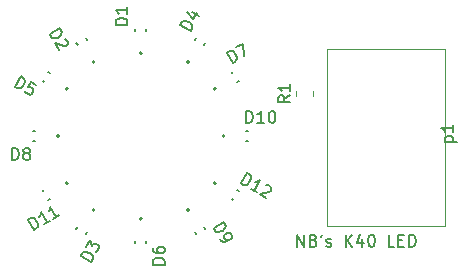
<source format=gto>
G04 #@! TF.GenerationSoftware,KiCad,Pcbnew,(5.1.8)-1*
G04 #@! TF.CreationDate,2021-07-03T12:15:51-04:00*
G04 #@! TF.ProjectId,K40-LED_PCB,4b34302d-4c45-4445-9f50-43422e6b6963,rev?*
G04 #@! TF.SameCoordinates,Original*
G04 #@! TF.FileFunction,Legend,Top*
G04 #@! TF.FilePolarity,Positive*
%FSLAX46Y46*%
G04 Gerber Fmt 4.6, Leading zero omitted, Abs format (unit mm)*
G04 Created by KiCad (PCBNEW (5.1.8)-1) date 2021-07-03 12:15:51*
%MOMM*%
%LPD*%
G01*
G04 APERTURE LIST*
%ADD10C,0.200000*%
%ADD11C,0.120000*%
%ADD12C,0.127000*%
%ADD13C,0.150000*%
%ADD14R,5.000000X5.000000*%
%ADD15C,0.100000*%
%ADD16R,0.810000X0.930000*%
%ADD17R,0.930000X0.810000*%
G04 APERTURE END LIST*
D10*
X90250000Y-82367380D02*
X90250000Y-81367380D01*
X90821428Y-82367380D01*
X90821428Y-81367380D01*
X91630952Y-81843571D02*
X91773809Y-81891190D01*
X91821428Y-81938809D01*
X91869047Y-82034047D01*
X91869047Y-82176904D01*
X91821428Y-82272142D01*
X91773809Y-82319761D01*
X91678571Y-82367380D01*
X91297619Y-82367380D01*
X91297619Y-81367380D01*
X91630952Y-81367380D01*
X91726190Y-81415000D01*
X91773809Y-81462619D01*
X91821428Y-81557857D01*
X91821428Y-81653095D01*
X91773809Y-81748333D01*
X91726190Y-81795952D01*
X91630952Y-81843571D01*
X91297619Y-81843571D01*
X92345238Y-81367380D02*
X92250000Y-81557857D01*
X92726190Y-82319761D02*
X92821428Y-82367380D01*
X93011904Y-82367380D01*
X93107142Y-82319761D01*
X93154761Y-82224523D01*
X93154761Y-82176904D01*
X93107142Y-82081666D01*
X93011904Y-82034047D01*
X92869047Y-82034047D01*
X92773809Y-81986428D01*
X92726190Y-81891190D01*
X92726190Y-81843571D01*
X92773809Y-81748333D01*
X92869047Y-81700714D01*
X93011904Y-81700714D01*
X93107142Y-81748333D01*
X94345238Y-82367380D02*
X94345238Y-81367380D01*
X94916666Y-82367380D02*
X94488095Y-81795952D01*
X94916666Y-81367380D02*
X94345238Y-81938809D01*
X95773809Y-81700714D02*
X95773809Y-82367380D01*
X95535714Y-81319761D02*
X95297619Y-82034047D01*
X95916666Y-82034047D01*
X96488095Y-81367380D02*
X96583333Y-81367380D01*
X96678571Y-81415000D01*
X96726190Y-81462619D01*
X96773809Y-81557857D01*
X96821428Y-81748333D01*
X96821428Y-81986428D01*
X96773809Y-82176904D01*
X96726190Y-82272142D01*
X96678571Y-82319761D01*
X96583333Y-82367380D01*
X96488095Y-82367380D01*
X96392857Y-82319761D01*
X96345238Y-82272142D01*
X96297619Y-82176904D01*
X96250000Y-81986428D01*
X96250000Y-81748333D01*
X96297619Y-81557857D01*
X96345238Y-81462619D01*
X96392857Y-81415000D01*
X96488095Y-81367380D01*
X98488095Y-82367380D02*
X98011904Y-82367380D01*
X98011904Y-81367380D01*
X98821428Y-81843571D02*
X99154761Y-81843571D01*
X99297619Y-82367380D02*
X98821428Y-82367380D01*
X98821428Y-81367380D01*
X99297619Y-81367380D01*
X99726190Y-82367380D02*
X99726190Y-81367380D01*
X99964285Y-81367380D01*
X100107142Y-81415000D01*
X100202380Y-81510238D01*
X100250000Y-81605476D01*
X100297619Y-81795952D01*
X100297619Y-81938809D01*
X100250000Y-82129285D01*
X100202380Y-82224523D01*
X100107142Y-82319761D01*
X99964285Y-82367380D01*
X99726190Y-82367380D01*
D11*
X91585000Y-69627064D02*
X91585000Y-69172936D01*
X90115000Y-69627064D02*
X90115000Y-69172936D01*
X102743000Y-65595000D02*
X102743000Y-80595000D01*
X102743000Y-80595000D02*
X92743000Y-80595000D01*
X92743000Y-80595000D02*
X92743000Y-65595000D01*
X92743000Y-65595000D02*
X102743000Y-65595000D01*
D10*
X83367949Y-77000000D02*
G75*
G03*
X83367949Y-77000000I-100000J0D01*
G01*
D12*
X84848612Y-78432211D02*
X84701388Y-78347211D01*
X85151388Y-77567789D02*
X85298612Y-77652789D01*
D10*
X70832051Y-77000000D02*
G75*
G03*
X70832051Y-77000000I-100000J0D01*
G01*
D12*
X68701388Y-77652789D02*
X68848612Y-77567789D01*
X69298612Y-78347211D02*
X69151388Y-78432211D01*
X85915000Y-72550000D02*
X86085000Y-72550000D01*
X86085000Y-73450000D02*
X85915000Y-73450000D01*
D10*
X84100000Y-73000000D02*
G75*
G03*
X84100000Y-73000000I-100000J0D01*
G01*
D12*
X82347211Y-80701388D02*
X82432211Y-80848612D01*
X81652789Y-81298612D02*
X81567789Y-81151388D01*
D10*
X81100000Y-79267949D02*
G75*
G03*
X81100000Y-79267949I-100000J0D01*
G01*
D12*
X68085000Y-73450000D02*
X67915000Y-73450000D01*
X67915000Y-72550000D02*
X68085000Y-72550000D01*
D10*
X70100000Y-73000000D02*
G75*
G03*
X70100000Y-73000000I-100000J0D01*
G01*
D12*
X84701388Y-67652789D02*
X84848612Y-67567789D01*
X85298612Y-68347211D02*
X85151388Y-68432211D01*
D10*
X83367949Y-69000000D02*
G75*
G03*
X83367949Y-69000000I-100000J0D01*
G01*
D12*
X77450000Y-81915000D02*
X77450000Y-82085000D01*
X76550000Y-82085000D02*
X76550000Y-81915000D01*
D10*
X77100000Y-80000000D02*
G75*
G03*
X77100000Y-80000000I-100000J0D01*
G01*
D12*
X68848612Y-68432211D02*
X68701388Y-68347211D01*
X69151388Y-67567789D02*
X69298612Y-67652789D01*
D10*
X70832051Y-69000000D02*
G75*
G03*
X70832051Y-69000000I-100000J0D01*
G01*
D12*
X81567789Y-64848612D02*
X81652789Y-64701388D01*
X82432211Y-65151388D02*
X82347211Y-65298612D01*
D10*
X81100000Y-66732051D02*
G75*
G03*
X81100000Y-66732051I-100000J0D01*
G01*
D12*
X72432211Y-81151388D02*
X72347211Y-81298612D01*
X71567789Y-80848612D02*
X71652789Y-80701388D01*
D10*
X73100000Y-79267949D02*
G75*
G03*
X73100000Y-79267949I-100000J0D01*
G01*
X73100000Y-66732051D02*
G75*
G03*
X73100000Y-66732051I-100000J0D01*
G01*
D12*
X72347211Y-64701388D02*
X72432211Y-64848612D01*
X71652789Y-65298612D02*
X71567789Y-65151388D01*
D10*
X77100000Y-66000000D02*
G75*
G03*
X77100000Y-66000000I-100000J0D01*
G01*
D12*
X77450000Y-63915000D02*
X77450000Y-64085000D01*
X76550000Y-64085000D02*
X76550000Y-63915000D01*
D13*
X89652380Y-69566666D02*
X89176190Y-69900000D01*
X89652380Y-70138095D02*
X88652380Y-70138095D01*
X88652380Y-69757142D01*
X88700000Y-69661904D01*
X88747619Y-69614285D01*
X88842857Y-69566666D01*
X88985714Y-69566666D01*
X89080952Y-69614285D01*
X89128571Y-69661904D01*
X89176190Y-69757142D01*
X89176190Y-70138095D01*
X89652380Y-68614285D02*
X89652380Y-69185714D01*
X89652380Y-68900000D02*
X88652380Y-68900000D01*
X88795238Y-68995238D01*
X88890476Y-69090476D01*
X88938095Y-69185714D01*
X102798714Y-73475976D02*
X103798714Y-73475976D01*
X102846333Y-73475976D02*
X102798714Y-73380738D01*
X102798714Y-73190261D01*
X102846333Y-73095023D01*
X102893952Y-73047404D01*
X102989190Y-72999785D01*
X103274904Y-72999785D01*
X103370142Y-73047404D01*
X103417761Y-73095023D01*
X103465380Y-73190261D01*
X103465380Y-73380738D01*
X103417761Y-73475976D01*
X103465380Y-72047404D02*
X103465380Y-72618833D01*
X103465380Y-72333119D02*
X102465380Y-72333119D01*
X102608238Y-72428357D01*
X102703476Y-72523595D01*
X102751095Y-72618833D01*
X85498963Y-76994839D02*
X86000404Y-76126318D01*
X86207195Y-76245709D01*
X86307391Y-76358701D01*
X86342351Y-76489174D01*
X86335953Y-76595768D01*
X86281799Y-76785079D01*
X86210164Y-76909154D01*
X86073294Y-77050708D01*
X85984179Y-77109546D01*
X85853707Y-77144506D01*
X85705754Y-77114230D01*
X85498963Y-76994839D01*
X86822424Y-77758940D02*
X86326126Y-77472402D01*
X86574275Y-77615671D02*
X87075716Y-76747150D01*
X86921365Y-76823468D01*
X86790893Y-76858428D01*
X86684298Y-76852030D01*
X87606974Y-77164160D02*
X87672210Y-77146680D01*
X87778805Y-77153078D01*
X87985596Y-77272469D01*
X88044434Y-77361583D01*
X88061914Y-77426820D01*
X88055516Y-77533414D01*
X88007759Y-77616130D01*
X87894767Y-77716327D01*
X87111931Y-77926087D01*
X87649587Y-78236503D01*
X67965431Y-80938285D02*
X67463990Y-80069763D01*
X67670781Y-79950373D01*
X67818733Y-79920096D01*
X67949206Y-79955056D01*
X68038320Y-80013895D01*
X68175191Y-80155449D01*
X68246825Y-80279524D01*
X68300980Y-80468834D01*
X68307378Y-80575429D01*
X68272418Y-80705901D01*
X68172222Y-80818894D01*
X67965431Y-80938285D01*
X69288892Y-80174184D02*
X68792594Y-80460722D01*
X69040743Y-80317453D02*
X68539302Y-79448932D01*
X68528220Y-79620762D01*
X68493260Y-79751235D01*
X68434422Y-79840349D01*
X70116055Y-79696621D02*
X69619757Y-79983159D01*
X69867906Y-79839890D02*
X69366465Y-78971369D01*
X69355383Y-79143200D01*
X69320423Y-79273672D01*
X69261585Y-79362787D01*
X85929534Y-71880023D02*
X85929534Y-70877141D01*
X86168316Y-70877141D01*
X86311585Y-70924898D01*
X86407097Y-71020410D01*
X86454853Y-71115923D01*
X86502610Y-71306948D01*
X86502610Y-71450217D01*
X86454853Y-71641242D01*
X86407097Y-71736754D01*
X86311585Y-71832267D01*
X86168316Y-71880023D01*
X85929534Y-71880023D01*
X87457735Y-71880023D02*
X86884660Y-71880023D01*
X87171198Y-71880023D02*
X87171198Y-70877141D01*
X87075685Y-71020410D01*
X86980173Y-71115923D01*
X86884660Y-71163679D01*
X88078567Y-70877141D02*
X88174080Y-70877141D01*
X88269592Y-70924898D01*
X88317349Y-70972654D01*
X88365105Y-71068166D01*
X88412861Y-71259192D01*
X88412861Y-71497973D01*
X88365105Y-71688998D01*
X88317349Y-71784511D01*
X88269592Y-71832267D01*
X88174080Y-71880023D01*
X88078567Y-71880023D01*
X87983055Y-71832267D01*
X87935298Y-71784511D01*
X87887542Y-71688998D01*
X87839786Y-71497973D01*
X87839786Y-71259192D01*
X87887542Y-71068166D01*
X87935298Y-70972654D01*
X87983055Y-70924898D01*
X88078567Y-70877141D01*
X83173476Y-80792568D02*
X84041997Y-80291127D01*
X84161388Y-80497918D01*
X84191664Y-80645871D01*
X84156704Y-80776343D01*
X84097866Y-80865458D01*
X83956311Y-81002329D01*
X83832237Y-81073963D01*
X83642926Y-81128117D01*
X83536332Y-81134516D01*
X83405859Y-81099556D01*
X83292867Y-80999359D01*
X83173476Y-80792568D01*
X83698795Y-81702448D02*
X83794308Y-81867881D01*
X83883422Y-81926719D01*
X83948658Y-81944199D01*
X84120489Y-81955281D01*
X84309800Y-81901126D01*
X84640665Y-81710101D01*
X84699503Y-81620987D01*
X84716983Y-81555750D01*
X84710585Y-81449156D01*
X84615073Y-81283723D01*
X84525958Y-81224885D01*
X84460722Y-81207405D01*
X84354127Y-81213803D01*
X84147337Y-81333194D01*
X84088498Y-81422308D01*
X84071018Y-81487545D01*
X84077416Y-81594139D01*
X84172929Y-81759572D01*
X84262043Y-81818410D01*
X84327280Y-81835890D01*
X84433874Y-81829492D01*
X66112457Y-75027345D02*
X66112457Y-74024463D01*
X66351239Y-74024463D01*
X66494507Y-74072220D01*
X66590020Y-74167732D01*
X66637776Y-74263245D01*
X66685533Y-74454270D01*
X66685533Y-74597539D01*
X66637776Y-74788564D01*
X66590020Y-74884076D01*
X66494507Y-74979589D01*
X66351239Y-75027345D01*
X66112457Y-75027345D01*
X67258608Y-74454270D02*
X67163095Y-74406514D01*
X67115339Y-74358757D01*
X67067583Y-74263245D01*
X67067583Y-74215488D01*
X67115339Y-74119976D01*
X67163095Y-74072220D01*
X67258608Y-74024463D01*
X67449633Y-74024463D01*
X67545146Y-74072220D01*
X67592902Y-74119976D01*
X67640658Y-74215488D01*
X67640658Y-74263245D01*
X67592902Y-74358757D01*
X67545146Y-74406514D01*
X67449633Y-74454270D01*
X67258608Y-74454270D01*
X67163095Y-74502026D01*
X67115339Y-74549782D01*
X67067583Y-74645295D01*
X67067583Y-74836320D01*
X67115339Y-74931833D01*
X67163095Y-74979589D01*
X67258608Y-75027345D01*
X67449633Y-75027345D01*
X67545146Y-74979589D01*
X67592902Y-74931833D01*
X67640658Y-74836320D01*
X67640658Y-74645295D01*
X67592902Y-74549782D01*
X67545146Y-74502026D01*
X67449633Y-74454270D01*
X84792568Y-66826523D02*
X84291127Y-65958002D01*
X84497918Y-65838611D01*
X84645871Y-65808335D01*
X84776343Y-65843295D01*
X84865458Y-65902133D01*
X85002329Y-66043688D01*
X85073963Y-66167762D01*
X85128117Y-66357073D01*
X85134516Y-66463667D01*
X85099556Y-66594140D01*
X84999359Y-66707132D01*
X84792568Y-66826523D01*
X85076932Y-65504317D02*
X85655947Y-65170023D01*
X85785164Y-66253448D01*
X79027345Y-83887542D02*
X78024463Y-83887542D01*
X78024463Y-83648761D01*
X78072220Y-83505492D01*
X78167732Y-83409979D01*
X78263245Y-83362223D01*
X78454270Y-83314467D01*
X78597539Y-83314467D01*
X78788564Y-83362223D01*
X78884076Y-83409979D01*
X78979589Y-83505492D01*
X79027345Y-83648761D01*
X79027345Y-83887542D01*
X78024463Y-82454853D02*
X78024463Y-82645879D01*
X78072220Y-82741391D01*
X78119976Y-82789147D01*
X78263245Y-82884660D01*
X78454270Y-82932416D01*
X78836320Y-82932416D01*
X78931833Y-82884660D01*
X78979589Y-82836904D01*
X79027345Y-82741391D01*
X79027345Y-82550366D01*
X78979589Y-82454853D01*
X78931833Y-82407097D01*
X78836320Y-82359341D01*
X78597539Y-82359341D01*
X78502026Y-82407097D01*
X78454270Y-82454853D01*
X78406514Y-82550366D01*
X78406514Y-82741391D01*
X78454270Y-82836904D01*
X78502026Y-82884660D01*
X78597539Y-82932416D01*
X66351667Y-68811961D02*
X66853108Y-67943439D01*
X67059898Y-68062830D01*
X67160095Y-68175823D01*
X67195055Y-68306295D01*
X67188657Y-68412890D01*
X67134502Y-68602201D01*
X67062868Y-68726275D01*
X66925997Y-68867830D01*
X66836883Y-68926668D01*
X66706410Y-68961628D01*
X66558457Y-68931351D01*
X66351667Y-68811961D01*
X68135211Y-68683662D02*
X67721629Y-68444880D01*
X67441489Y-68834584D01*
X67506726Y-68817104D01*
X67613320Y-68823502D01*
X67820111Y-68942893D01*
X67878949Y-69032007D01*
X67896429Y-69097243D01*
X67890031Y-69203838D01*
X67770640Y-69410629D01*
X67681526Y-69469467D01*
X67616290Y-69486947D01*
X67509695Y-69480549D01*
X67302904Y-69361158D01*
X67244066Y-69272044D01*
X67226586Y-69206807D01*
X81233621Y-64087454D02*
X80365099Y-63586013D01*
X80484490Y-63379223D01*
X80597483Y-63279026D01*
X80727955Y-63244066D01*
X80834550Y-63250464D01*
X81023861Y-63304619D01*
X81147935Y-63376253D01*
X81289490Y-63513124D01*
X81348328Y-63602238D01*
X81383288Y-63732711D01*
X81353011Y-63880664D01*
X81233621Y-64087454D01*
X81370951Y-62512416D02*
X81949965Y-62846710D01*
X80920695Y-62528181D02*
X81421677Y-63093144D01*
X81732092Y-62555488D01*
X72811961Y-83648332D02*
X71943439Y-83146891D01*
X72062830Y-82940101D01*
X72175823Y-82839904D01*
X72306295Y-82804944D01*
X72412890Y-82811342D01*
X72602201Y-82865497D01*
X72726275Y-82937131D01*
X72867830Y-83074002D01*
X72926668Y-83163116D01*
X72961628Y-83293589D01*
X72931351Y-83441542D01*
X72811961Y-83648332D01*
X72397124Y-82361086D02*
X72707540Y-81823430D01*
X72871258Y-82303963D01*
X72942893Y-82179888D01*
X73032007Y-82121050D01*
X73097243Y-82103570D01*
X73203838Y-82109968D01*
X73410629Y-82229359D01*
X73469467Y-82318473D01*
X73486947Y-82383709D01*
X73480549Y-82490304D01*
X73337280Y-82738453D01*
X73248165Y-82797291D01*
X73182929Y-82814771D01*
X69300496Y-64379012D02*
X70169017Y-63877571D01*
X70288408Y-64084362D01*
X70318684Y-64232315D01*
X70283724Y-64362787D01*
X70224886Y-64451902D01*
X70083331Y-64588773D01*
X69959257Y-64660407D01*
X69769946Y-64714561D01*
X69663352Y-64720960D01*
X69532879Y-64686000D01*
X69419887Y-64585803D01*
X69300496Y-64379012D01*
X70563864Y-64752491D02*
X70629100Y-64769971D01*
X70718214Y-64828809D01*
X70837605Y-65035600D01*
X70844003Y-65142194D01*
X70826523Y-65207431D01*
X70767685Y-65296545D01*
X70684969Y-65344301D01*
X70537016Y-65374578D01*
X69754181Y-65164817D01*
X70064596Y-65702473D01*
X75880023Y-63592902D02*
X74877141Y-63592902D01*
X74877141Y-63354121D01*
X74924898Y-63210852D01*
X75020410Y-63115339D01*
X75115923Y-63067583D01*
X75306948Y-63019827D01*
X75450217Y-63019827D01*
X75641242Y-63067583D01*
X75736754Y-63115339D01*
X75832267Y-63210852D01*
X75880023Y-63354121D01*
X75880023Y-63592902D01*
X75880023Y-62064701D02*
X75880023Y-62637776D01*
X75880023Y-62351239D02*
X74877141Y-62351239D01*
X75020410Y-62446751D01*
X75115923Y-62542264D01*
X75163679Y-62637776D01*
%LPC*%
G36*
G01*
X91300001Y-69000000D02*
X90399999Y-69000000D01*
G75*
G02*
X90150000Y-68750001I0J249999D01*
G01*
X90150000Y-68224999D01*
G75*
G02*
X90399999Y-67975000I249999J0D01*
G01*
X91300001Y-67975000D01*
G75*
G02*
X91550000Y-68224999I0J-249999D01*
G01*
X91550000Y-68750001D01*
G75*
G02*
X91300001Y-69000000I-249999J0D01*
G01*
G37*
G36*
G01*
X91300001Y-70825000D02*
X90399999Y-70825000D01*
G75*
G02*
X90150000Y-70575001I0J249999D01*
G01*
X90150000Y-70049999D01*
G75*
G02*
X90399999Y-69800000I249999J0D01*
G01*
X91300001Y-69800000D01*
G75*
G02*
X91550000Y-70049999I0J-249999D01*
G01*
X91550000Y-70575001D01*
G75*
G02*
X91300001Y-70825000I-249999J0D01*
G01*
G37*
D14*
X97743000Y-69595000D03*
X97743000Y-76595000D03*
D15*
G36*
X85118241Y-78605202D02*
G01*
X85583241Y-77799798D01*
X86284721Y-78204798D01*
X85819721Y-79010202D01*
X85118241Y-78605202D01*
G37*
G36*
X83715279Y-77795202D02*
G01*
X84180279Y-76989798D01*
X84881759Y-77394798D01*
X84416759Y-78200202D01*
X83715279Y-77795202D01*
G37*
G36*
X68416759Y-77799798D02*
G01*
X68881759Y-78605202D01*
X68180279Y-79010202D01*
X67715279Y-78204798D01*
X68416759Y-77799798D01*
G37*
G36*
X69819721Y-76989798D02*
G01*
X70284721Y-77795202D01*
X69583241Y-78200202D01*
X69118241Y-77394798D01*
X69819721Y-76989798D01*
G37*
D16*
X85190000Y-73000000D03*
X86810000Y-73000000D03*
D15*
G36*
X80989798Y-80180279D02*
G01*
X81795202Y-79715279D01*
X82200202Y-80416759D01*
X81394798Y-80881759D01*
X80989798Y-80180279D01*
G37*
G36*
X81799798Y-81583241D02*
G01*
X82605202Y-81118241D01*
X83010202Y-81819721D01*
X82204798Y-82284721D01*
X81799798Y-81583241D01*
G37*
D16*
X68810000Y-73000000D03*
X67190000Y-73000000D03*
D15*
G36*
X84180279Y-69010202D02*
G01*
X83715279Y-68204798D01*
X84416759Y-67799798D01*
X84881759Y-68605202D01*
X84180279Y-69010202D01*
G37*
G36*
X85583241Y-68200202D02*
G01*
X85118241Y-67394798D01*
X85819721Y-66989798D01*
X86284721Y-67795202D01*
X85583241Y-68200202D01*
G37*
D17*
X77000000Y-81190000D03*
X77000000Y-82810000D03*
D15*
G36*
X70284721Y-68204798D02*
G01*
X69819721Y-69010202D01*
X69118241Y-68605202D01*
X69583241Y-67799798D01*
X70284721Y-68204798D01*
G37*
G36*
X68881759Y-67394798D02*
G01*
X68416759Y-68200202D01*
X67715279Y-67795202D01*
X68180279Y-66989798D01*
X68881759Y-67394798D01*
G37*
G36*
X81795202Y-66284721D02*
G01*
X80989798Y-65819721D01*
X81394798Y-65118241D01*
X82200202Y-65583241D01*
X81795202Y-66284721D01*
G37*
G36*
X82605202Y-64881759D02*
G01*
X81799798Y-64416759D01*
X82204798Y-63715279D01*
X83010202Y-64180279D01*
X82605202Y-64881759D01*
G37*
G36*
X72204798Y-79715279D02*
G01*
X73010202Y-80180279D01*
X72605202Y-80881759D01*
X71799798Y-80416759D01*
X72204798Y-79715279D01*
G37*
G36*
X71394798Y-81118241D02*
G01*
X72200202Y-81583241D01*
X71795202Y-82284721D01*
X70989798Y-81819721D01*
X71394798Y-81118241D01*
G37*
G36*
X72200202Y-64416759D02*
G01*
X71394798Y-64881759D01*
X70989798Y-64180279D01*
X71795202Y-63715279D01*
X72200202Y-64416759D01*
G37*
G36*
X73010202Y-65819721D02*
G01*
X72204798Y-66284721D01*
X71799798Y-65583241D01*
X72605202Y-65118241D01*
X73010202Y-65819721D01*
G37*
D17*
X77000000Y-63190000D03*
X77000000Y-64810000D03*
M02*

</source>
